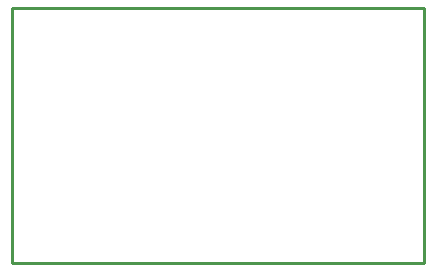
<source format=gbr>
G04 EAGLE Gerber RS-274X export*
G75*
%MOMM*%
%FSLAX34Y34*%
%LPD*%
%IN*%
%IPPOS*%
%AMOC8*
5,1,8,0,0,1.08239X$1,22.5*%
G01*
%ADD10C,0.254000*%


D10*
X533400Y317500D02*
X882650Y317500D01*
X882650Y533400D01*
X533400Y533400D01*
X533400Y317500D01*
M02*

</source>
